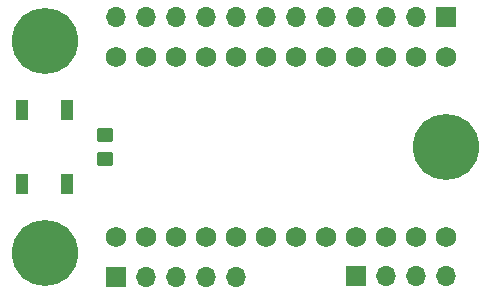
<source format=gbs>
G04 #@! TF.GenerationSoftware,KiCad,Pcbnew,(6.0.10)*
G04 #@! TF.CreationDate,2023-05-08T16:14:21+03:00*
G04 #@! TF.ProjectId,trinteract,7472696e-7465-4726-9163-742e6b696361,rev?*
G04 #@! TF.SameCoordinates,Original*
G04 #@! TF.FileFunction,Soldermask,Bot*
G04 #@! TF.FilePolarity,Negative*
%FSLAX46Y46*%
G04 Gerber Fmt 4.6, Leading zero omitted, Abs format (unit mm)*
G04 Created by KiCad (PCBNEW (6.0.10)) date 2023-05-08 16:14:21*
%MOMM*%
%LPD*%
G01*
G04 APERTURE LIST*
G04 Aperture macros list*
%AMRoundRect*
0 Rectangle with rounded corners*
0 $1 Rounding radius*
0 $2 $3 $4 $5 $6 $7 $8 $9 X,Y pos of 4 corners*
0 Add a 4 corners polygon primitive as box body*
4,1,4,$2,$3,$4,$5,$6,$7,$8,$9,$2,$3,0*
0 Add four circle primitives for the rounded corners*
1,1,$1+$1,$2,$3*
1,1,$1+$1,$4,$5*
1,1,$1+$1,$6,$7*
1,1,$1+$1,$8,$9*
0 Add four rect primitives between the rounded corners*
20,1,$1+$1,$2,$3,$4,$5,0*
20,1,$1+$1,$4,$5,$6,$7,0*
20,1,$1+$1,$6,$7,$8,$9,0*
20,1,$1+$1,$8,$9,$2,$3,0*%
G04 Aperture macros list end*
%ADD10C,5.600000*%
%ADD11C,1.752600*%
%ADD12R,1.000000X1.700000*%
%ADD13R,1.700000X1.700000*%
%ADD14O,1.700000X1.700000*%
%ADD15RoundRect,0.250000X0.450000X-0.350000X0.450000X0.350000X-0.450000X0.350000X-0.450000X-0.350000X0*%
G04 APERTURE END LIST*
D10*
G04 #@! TO.C,H3*
X159000000Y-101000000D03*
G04 #@! TD*
G04 #@! TO.C,H1*
X125000000Y-92000000D03*
G04 #@! TD*
G04 #@! TO.C,H2*
X125000000Y-110000000D03*
G04 #@! TD*
D11*
G04 #@! TO.C,U2*
X158970000Y-108620000D03*
X156430000Y-108620000D03*
X153890000Y-108620000D03*
X151350000Y-108620000D03*
X148810000Y-108620000D03*
X146270000Y-108620000D03*
X143730000Y-108620000D03*
X141190000Y-108620000D03*
X138650000Y-108620000D03*
X136110000Y-108620000D03*
X133570000Y-108620000D03*
X131030000Y-108620000D03*
X131030000Y-93380000D03*
X133570000Y-93380000D03*
X136110000Y-93380000D03*
X138650000Y-93380000D03*
X141190000Y-93380000D03*
X143730000Y-93380000D03*
X146270000Y-93380000D03*
X148810000Y-93380000D03*
X151350000Y-93380000D03*
X153890000Y-93380000D03*
X156430000Y-93380000D03*
X158970000Y-93380000D03*
G04 #@! TD*
D12*
G04 #@! TO.C,SW1*
X123100000Y-104150000D03*
X123100000Y-97850000D03*
X126900000Y-104150000D03*
X126900000Y-97850000D03*
G04 #@! TD*
D13*
G04 #@! TO.C,J3*
X151370000Y-111955000D03*
D14*
X153910000Y-111955000D03*
X156450000Y-111955000D03*
X158990000Y-111955000D03*
G04 #@! TD*
D13*
G04 #@! TO.C,J1*
X159000000Y-90000000D03*
D14*
X156460000Y-90000000D03*
X153920000Y-90000000D03*
X151380000Y-90000000D03*
X148840000Y-90000000D03*
X146300000Y-90000000D03*
X143760000Y-90000000D03*
X141220000Y-90000000D03*
X138680000Y-90000000D03*
X136140000Y-90000000D03*
X133600000Y-90000000D03*
X131060000Y-90000000D03*
G04 #@! TD*
D15*
G04 #@! TO.C,R4*
X130125000Y-102000000D03*
X130125000Y-100000000D03*
G04 #@! TD*
D13*
G04 #@! TO.C,J2*
X131025000Y-112000000D03*
D14*
X133565000Y-112000000D03*
X136105000Y-112000000D03*
X138645000Y-112000000D03*
X141185000Y-112000000D03*
G04 #@! TD*
M02*

</source>
